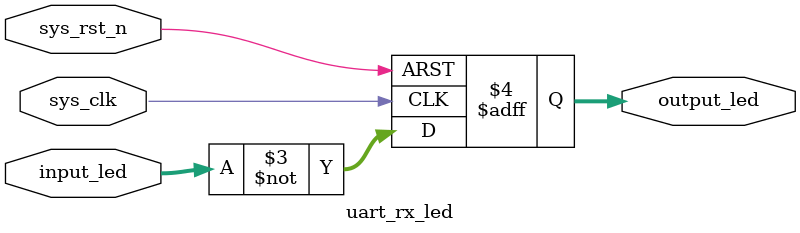
<source format=v>
`timescale 1ns / 1ns


module uart_rx_led
(
    input [7:0]      input_led,
    output reg [7:0] output_led,
    input sys_clk,
    input sys_rst_n
);


always @ (posedge sys_clk or negedge sys_rst_n) begin
    if(!sys_rst_n) begin
        output_led  <= 8'b1111_1111;
    end
    else  begin
        output_led <=  ~input_led;
    end
end


endmodule

</source>
